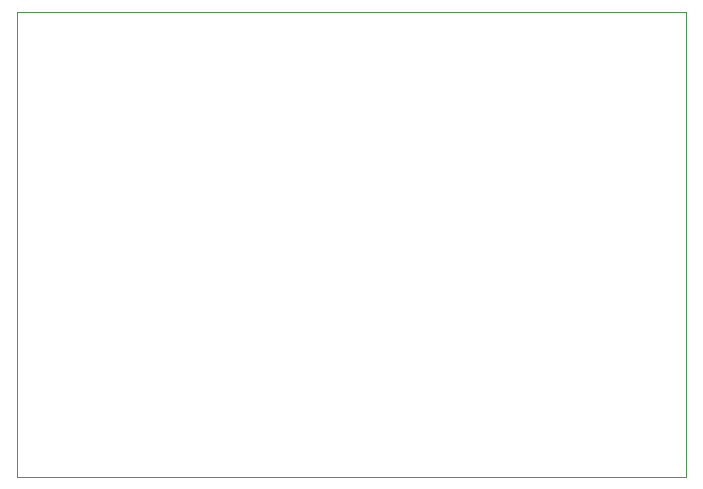
<source format=gbr>
%TF.GenerationSoftware,KiCad,Pcbnew,(5.1.10-1-10_14)*%
%TF.CreationDate,2021-12-18T11:30:40-05:00*%
%TF.ProjectId,Arithmetic,41726974-686d-4657-9469-632e6b696361,rev?*%
%TF.SameCoordinates,Original*%
%TF.FileFunction,Profile,NP*%
%FSLAX46Y46*%
G04 Gerber Fmt 4.6, Leading zero omitted, Abs format (unit mm)*
G04 Created by KiCad (PCBNEW (5.1.10-1-10_14)) date 2021-12-18 11:30:40*
%MOMM*%
%LPD*%
G01*
G04 APERTURE LIST*
%TA.AperFunction,Profile*%
%ADD10C,0.050000*%
%TD*%
G04 APERTURE END LIST*
D10*
X103886000Y-82804000D02*
X103886000Y-82296000D01*
X160528000Y-82296000D02*
X160528000Y-82804000D01*
X103886000Y-81534000D02*
X103886000Y-82296000D01*
X160528000Y-82296000D02*
X160528000Y-81534000D01*
X160528000Y-43434000D02*
X160528000Y-46228000D01*
X103886000Y-43434000D02*
X160528000Y-43434000D01*
X103886000Y-81534000D02*
X103886000Y-43434000D01*
X160528000Y-82804000D02*
X103886000Y-82804000D01*
X160528000Y-80264000D02*
X160528000Y-81534000D01*
X160528000Y-46228000D02*
X160528000Y-80264000D01*
M02*

</source>
